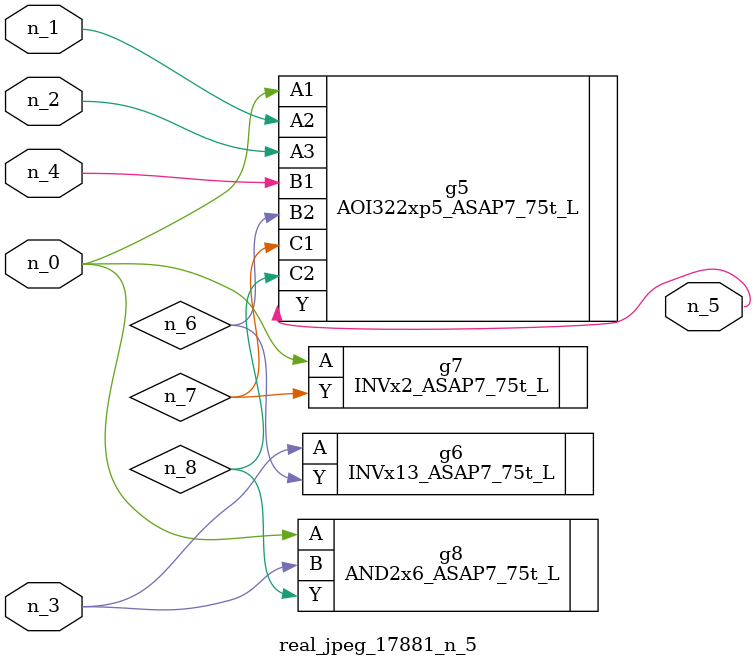
<source format=v>
module real_jpeg_17881_n_5 (n_4, n_0, n_1, n_2, n_3, n_5);

input n_4;
input n_0;
input n_1;
input n_2;
input n_3;

output n_5;

wire n_8;
wire n_6;
wire n_7;

AOI322xp5_ASAP7_75t_L g5 ( 
.A1(n_0),
.A2(n_1),
.A3(n_2),
.B1(n_4),
.B2(n_6),
.C1(n_7),
.C2(n_8),
.Y(n_5)
);

INVx2_ASAP7_75t_L g7 ( 
.A(n_0),
.Y(n_7)
);

AND2x6_ASAP7_75t_L g8 ( 
.A(n_0),
.B(n_3),
.Y(n_8)
);

INVx13_ASAP7_75t_L g6 ( 
.A(n_3),
.Y(n_6)
);


endmodule
</source>
